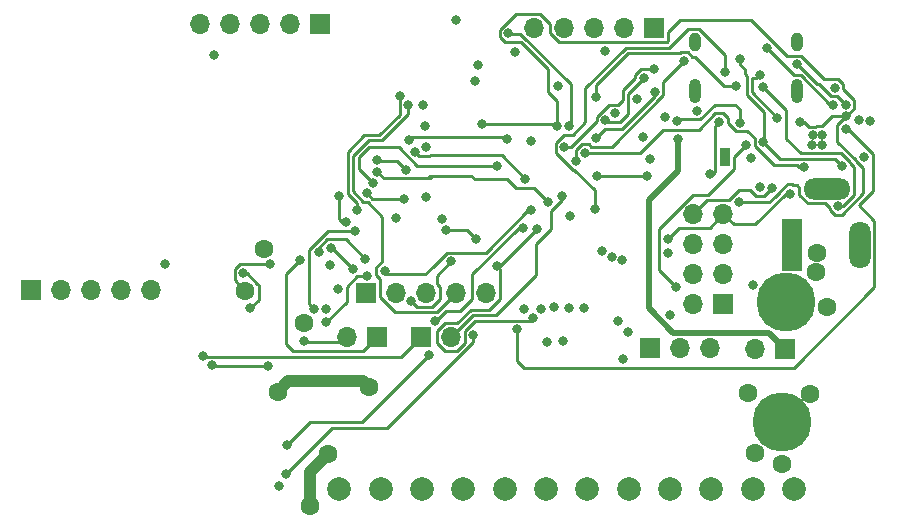
<source format=gbl>
G04 #@! TF.GenerationSoftware,KiCad,Pcbnew,7.0.2-0*
G04 #@! TF.CreationDate,2023-12-31T00:12:16-06:00*
G04 #@! TF.ProjectId,spudglo_driver_v6p0,73707564-676c-46f5-9f64-72697665725f,rev?*
G04 #@! TF.SameCoordinates,Original*
G04 #@! TF.FileFunction,Copper,L4,Bot*
G04 #@! TF.FilePolarity,Positive*
%FSLAX46Y46*%
G04 Gerber Fmt 4.6, Leading zero omitted, Abs format (unit mm)*
G04 Created by KiCad (PCBNEW 7.0.2-0) date 2023-12-31 00:12:16*
%MOMM*%
%LPD*%
G01*
G04 APERTURE LIST*
G04 #@! TA.AperFunction,ComponentPad*
%ADD10R,1.700000X1.700000*%
G04 #@! TD*
G04 #@! TA.AperFunction,ComponentPad*
%ADD11O,1.700000X1.700000*%
G04 #@! TD*
G04 #@! TA.AperFunction,ComponentPad*
%ADD12C,2.000000*%
G04 #@! TD*
G04 #@! TA.AperFunction,ComponentPad*
%ADD13R,1.800000X4.400000*%
G04 #@! TD*
G04 #@! TA.AperFunction,ComponentPad*
%ADD14O,1.800000X4.000000*%
G04 #@! TD*
G04 #@! TA.AperFunction,ComponentPad*
%ADD15O,4.000000X1.800000*%
G04 #@! TD*
G04 #@! TA.AperFunction,ComponentPad*
%ADD16O,1.000000X2.100000*%
G04 #@! TD*
G04 #@! TA.AperFunction,ComponentPad*
%ADD17O,1.000000X1.600000*%
G04 #@! TD*
G04 #@! TA.AperFunction,ComponentPad*
%ADD18C,0.600000*%
G04 #@! TD*
G04 #@! TA.AperFunction,SMDPad,CuDef*
%ADD19R,0.900000X1.600000*%
G04 #@! TD*
G04 #@! TA.AperFunction,ViaPad*
%ADD20C,1.600000*%
G04 #@! TD*
G04 #@! TA.AperFunction,ViaPad*
%ADD21C,5.000000*%
G04 #@! TD*
G04 #@! TA.AperFunction,ViaPad*
%ADD22C,0.800000*%
G04 #@! TD*
G04 #@! TA.AperFunction,Conductor*
%ADD23C,0.250000*%
G04 #@! TD*
G04 #@! TA.AperFunction,Conductor*
%ADD24C,1.000000*%
G04 #@! TD*
G04 #@! TA.AperFunction,Conductor*
%ADD25C,0.500000*%
G04 #@! TD*
G04 APERTURE END LIST*
D10*
X70495000Y-157910000D03*
D11*
X73035000Y-157910000D03*
X75575000Y-157910000D03*
X78115000Y-157910000D03*
X80655000Y-157910000D03*
D10*
X99770000Y-161950000D03*
D11*
X97230000Y-161950000D03*
D10*
X94966954Y-135413294D03*
D11*
X92426954Y-135413294D03*
X89886954Y-135413294D03*
X87346954Y-135413294D03*
X84806954Y-135413294D03*
D10*
X134310000Y-162890000D03*
D11*
X131770000Y-162890000D03*
D10*
X123230048Y-135719976D03*
D11*
X120690048Y-135719976D03*
X118150048Y-135719976D03*
X115610048Y-135719976D03*
X113070048Y-135719976D03*
D12*
X135065818Y-174766982D03*
X131565818Y-174766982D03*
X128065818Y-174766982D03*
X124565818Y-174766982D03*
X121065818Y-174766982D03*
X117565818Y-174766982D03*
X114065818Y-174766982D03*
X110565818Y-174766982D03*
X107065818Y-174766982D03*
X103565818Y-174766982D03*
X100065818Y-174766982D03*
X96565818Y-174766982D03*
D10*
X129090000Y-159130000D03*
D11*
X126550000Y-159130000D03*
X129090000Y-156590000D03*
X126550000Y-156590000D03*
X129090000Y-154050000D03*
X126550000Y-154050000D03*
X129090000Y-151510000D03*
X126550000Y-151510000D03*
D10*
X122890000Y-162880000D03*
D11*
X125430000Y-162880000D03*
X127970000Y-162880000D03*
D13*
X134850000Y-154160000D03*
D14*
X140650000Y-154160000D03*
D15*
X137850000Y-149360000D03*
D16*
X135280000Y-141120000D03*
D17*
X135280000Y-136940000D03*
D16*
X126640000Y-141120000D03*
D17*
X126640000Y-136940000D03*
D10*
X98839924Y-158180928D03*
D11*
X101379924Y-158180928D03*
X103919924Y-158180928D03*
X106459924Y-158180928D03*
X108999924Y-158180928D03*
D10*
X103480000Y-161920000D03*
D11*
X106020000Y-161920000D03*
D18*
X129210000Y-147190000D03*
D19*
X129210000Y-146690000D03*
D18*
X129210000Y-146190000D03*
D20*
X136886614Y-156386614D03*
X137860000Y-159340000D03*
D21*
X134341519Y-158931710D03*
D20*
X137050000Y-154830000D03*
D22*
X120580000Y-163780000D03*
X96456660Y-157821863D03*
X120990000Y-161450000D03*
X95438957Y-159583018D03*
X85940000Y-138062794D03*
D20*
X93610000Y-160770000D03*
D22*
X136649903Y-144820097D03*
X114150000Y-162310000D03*
X137450000Y-145650000D03*
X131580000Y-157500000D03*
X103880000Y-150050000D03*
X138505200Y-140799500D03*
X140590000Y-143560000D03*
X137450000Y-144810000D03*
X131422009Y-146727589D03*
X101360000Y-151880000D03*
X115085500Y-140657035D03*
X81798805Y-155748805D03*
X116078000Y-151638000D03*
X120180000Y-160540000D03*
X126810000Y-142760000D03*
X124365000Y-154795000D03*
X116050000Y-159490000D03*
X111470000Y-137770000D03*
X141010000Y-146710000D03*
X108270000Y-138900000D03*
X136610000Y-145650000D03*
X112776000Y-145288000D03*
X122247288Y-144971471D03*
X91440000Y-174498000D03*
X95800000Y-155800000D03*
X115480000Y-162220000D03*
X105240848Y-151931166D03*
X112190000Y-159550000D03*
X103810000Y-144010000D03*
X121800000Y-141800000D03*
X119050000Y-137694500D03*
X114730000Y-159380000D03*
X106470000Y-135070000D03*
X141510000Y-143590000D03*
X124550000Y-160050000D03*
X117320000Y-159440000D03*
X113651186Y-159559381D03*
D20*
X90160000Y-154440000D03*
D22*
X124180004Y-143262587D03*
X108080000Y-140280000D03*
X120470000Y-155390000D03*
X132150000Y-139690000D03*
X118810000Y-154670000D03*
X122880502Y-146802092D03*
X133157672Y-149310462D03*
X130158742Y-140629401D03*
X108114500Y-153600009D03*
X103680000Y-142240000D03*
X119883750Y-142976250D03*
X133648836Y-143359500D03*
X103905000Y-145835000D03*
X105610000Y-152860000D03*
X118310000Y-141630000D03*
X119640000Y-155110000D03*
X111630000Y-161244500D03*
X102384500Y-142229580D03*
X139450000Y-144270000D03*
X116033240Y-144073062D03*
X110860000Y-136210000D03*
X102190000Y-147760000D03*
X99795500Y-146963966D03*
X115382747Y-149952747D03*
X96534940Y-149998761D03*
X97140085Y-152206339D03*
X99795500Y-147963469D03*
X114213378Y-150485721D03*
X93260500Y-155355500D03*
X119083812Y-143575500D03*
X139436297Y-142245423D03*
X135330000Y-138808000D03*
X122359422Y-140010675D03*
X138331535Y-142249000D03*
X123173920Y-139199482D03*
X115600000Y-145800000D03*
X132780000Y-137451500D03*
X115034500Y-144034011D03*
X108615511Y-143865500D03*
X135540498Y-143669500D03*
X130430000Y-150524500D03*
X139492811Y-143243326D03*
X117396681Y-146327819D03*
X135895894Y-147549500D03*
X116640000Y-147034500D03*
X125751967Y-138543291D03*
X130497892Y-138402704D03*
X139130554Y-147451548D03*
X132443555Y-145405500D03*
X134703763Y-149787231D03*
X138794710Y-150859500D03*
X124426509Y-153587504D03*
X132425500Y-140710540D03*
D20*
X95622250Y-171797750D03*
X91360000Y-166560000D03*
D22*
X98755500Y-155272992D03*
X90736681Y-155715164D03*
D20*
X99100000Y-166170000D03*
X94060000Y-176220000D03*
D22*
X94841959Y-154708138D03*
D20*
X88610000Y-157980000D03*
D22*
X88420000Y-156500000D03*
X89040000Y-159480000D03*
X129190000Y-139484500D03*
X118170000Y-151080000D03*
X112980000Y-160300000D03*
X109940000Y-155940000D03*
X113320634Y-152807786D03*
X118328845Y-145053845D03*
X123270000Y-141150000D03*
X122605000Y-148245000D03*
X118368148Y-148324500D03*
X109885603Y-147446598D03*
X99403362Y-148882834D03*
X95850000Y-154380000D03*
X97704500Y-156150740D03*
X128711874Y-143703762D03*
X127943642Y-148097984D03*
X92050000Y-173510000D03*
X102649925Y-158879609D03*
X106040000Y-155520000D03*
X107919500Y-161759306D03*
X112116893Y-152656893D03*
X104701850Y-160551850D03*
X92160000Y-171070000D03*
X104195000Y-163445000D03*
X95459500Y-160680000D03*
X98946504Y-156731426D03*
X100392385Y-156358791D03*
X112774500Y-151197571D03*
X101660000Y-141530000D03*
X94440000Y-159550000D03*
X97874701Y-152930839D03*
X98045500Y-151174500D03*
X102040000Y-150200000D03*
X98897253Y-149747260D03*
X85040733Y-163535332D03*
X93539505Y-162290495D03*
X90557299Y-164387299D03*
X85747488Y-164299500D03*
X102983704Y-146222580D03*
X112324500Y-148510000D03*
X110725000Y-145155000D03*
X102440000Y-145240000D03*
D20*
X136430000Y-166730001D03*
X131765818Y-171710000D03*
X134070812Y-172700000D03*
X131127968Y-166680000D03*
D22*
X132160000Y-149250000D03*
D21*
X134070812Y-169102837D03*
D22*
X125215000Y-145135000D03*
X125117678Y-143608670D03*
X130447988Y-143759500D03*
X125030000Y-157650000D03*
X130993152Y-145675948D03*
D23*
X96534940Y-149998761D02*
X96534940Y-151937347D01*
X96534940Y-151937347D02*
X96803932Y-152206339D01*
X96803932Y-152206339D02*
X97140085Y-152206339D01*
X99795500Y-146963966D02*
X99831534Y-147000000D01*
X99831534Y-147000000D02*
X101430000Y-147000000D01*
X101430000Y-147000000D02*
X102190000Y-147760000D01*
X99403362Y-148882834D02*
X98251500Y-147730972D01*
X98251500Y-147730972D02*
X98251500Y-146699195D01*
X98251500Y-146699195D02*
X99100695Y-145850000D01*
X99100695Y-145850000D02*
X101580000Y-145850000D01*
X101580000Y-145850000D02*
X103176598Y-147446598D01*
X103176598Y-147446598D02*
X109885603Y-147446598D01*
X104255000Y-148485000D02*
X104450000Y-148290000D01*
X99795500Y-147963469D02*
X100317031Y-148485000D01*
X100317031Y-148485000D02*
X104255000Y-148485000D01*
X100147804Y-145275500D02*
X99038799Y-145275500D01*
X102384500Y-143038804D02*
X100147804Y-145275500D01*
X102384500Y-142229580D02*
X102384500Y-143038804D01*
X97709940Y-146604359D02*
X97709940Y-149585252D01*
X97709940Y-149585252D02*
X98596948Y-150472260D01*
X99038799Y-145275500D02*
X97709940Y-146604359D01*
X99667385Y-156058486D02*
X99667385Y-156659096D01*
X100014924Y-157006635D02*
X100014924Y-158564924D01*
X99667385Y-156659096D02*
X100014924Y-157006635D01*
X100220000Y-155505871D02*
X99667385Y-156058486D01*
X98596948Y-150472260D02*
X98972260Y-150472260D01*
X100220000Y-151720000D02*
X100220000Y-155505871D01*
X98972260Y-150472260D02*
X100220000Y-151720000D01*
X100014924Y-158564924D02*
X101255928Y-159805928D01*
X101255928Y-159805928D02*
X104834924Y-159805928D01*
X104834924Y-159805928D02*
X106459924Y-158180928D01*
X101660000Y-141530000D02*
X101660000Y-143126908D01*
X101660000Y-143126908D02*
X99961408Y-144825500D01*
X98676195Y-144825500D02*
X97259940Y-146241755D01*
X99961408Y-144825500D02*
X98676195Y-144825500D01*
X97259940Y-146241755D02*
X97259940Y-149771648D01*
X97259940Y-149771648D02*
X98045500Y-150557208D01*
X98045500Y-150557208D02*
X98045500Y-151174500D01*
X98946504Y-156731426D02*
X98893346Y-156784584D01*
X98893346Y-156784584D02*
X98055416Y-156784584D01*
X98055416Y-156784584D02*
X97181660Y-157658340D01*
X97181660Y-157658340D02*
X97181660Y-158957840D01*
X97181660Y-158957840D02*
X95459500Y-160680000D01*
X108945000Y-154795000D02*
X112542429Y-151197571D01*
X100392385Y-156358791D02*
X100623594Y-156590000D01*
X100623594Y-156590000D02*
X103849150Y-156590000D01*
X103849150Y-156590000D02*
X104459151Y-155980000D01*
X104459151Y-155980000D02*
X104490000Y-155980000D01*
X104490000Y-155980000D02*
X105675000Y-154795000D01*
X105675000Y-154795000D02*
X108945000Y-154795000D01*
X112542429Y-151197571D02*
X112774500Y-151197571D01*
X97137508Y-153655000D02*
X95549695Y-153655000D01*
X95549695Y-153655000D02*
X94841959Y-154362736D01*
X94841959Y-154362736D02*
X94841959Y-154708138D01*
X98755500Y-155272992D02*
X97137508Y-153655000D01*
X97704500Y-156150740D02*
X95933760Y-154380000D01*
X95933760Y-154380000D02*
X95850000Y-154380000D01*
X133457977Y-150035462D02*
X133882672Y-149610767D01*
X140709695Y-147435000D02*
X140285000Y-147010305D01*
X133882672Y-149610767D02*
X133882672Y-149583724D01*
X133882672Y-149583724D02*
X134526396Y-148940000D01*
X132941896Y-150524500D02*
X133430934Y-150035462D01*
X140930000Y-149748808D02*
X140930000Y-147590000D01*
X138069905Y-150959905D02*
X138069905Y-151160000D01*
X139094308Y-151584500D02*
X140930000Y-149748808D01*
X135006083Y-149084512D02*
X135284512Y-149084512D01*
X135284512Y-149084512D02*
X135525000Y-149325000D01*
X134861571Y-148940000D02*
X135006083Y-149084512D01*
X133430934Y-150035462D02*
X133457977Y-150035462D01*
X134526396Y-148940000D02*
X134861571Y-148940000D01*
X130430000Y-150524500D02*
X132941896Y-150524500D01*
X140930000Y-147590000D02*
X140775000Y-147435000D01*
X139451369Y-143243326D02*
X139492811Y-143243326D01*
X135525000Y-149867412D02*
X136242588Y-150585000D01*
X135525000Y-149325000D02*
X135525000Y-149867412D01*
X136242588Y-150585000D02*
X137695000Y-150585000D01*
X137695000Y-150585000D02*
X138069905Y-150959905D01*
X138494405Y-151584500D02*
X139094308Y-151584500D01*
X138069905Y-151160000D02*
X138494405Y-151584500D01*
X140775000Y-147435000D02*
X140709695Y-147435000D01*
X140285000Y-146945000D02*
X138725000Y-145385000D01*
X140285000Y-147010305D02*
X140285000Y-146945000D01*
X138725000Y-143969695D02*
X139451369Y-143243326D01*
X138725000Y-145385000D02*
X138725000Y-143969695D01*
X133157672Y-149310462D02*
X132493134Y-149975000D01*
X132493134Y-149975000D02*
X131859695Y-149975000D01*
X131374695Y-149490000D02*
X130421701Y-149490000D01*
X131859695Y-149975000D02*
X131374695Y-149490000D01*
X130421701Y-149490000D02*
X129576701Y-150335000D01*
X129576701Y-150335000D02*
X127725000Y-150335000D01*
X127725000Y-150335000D02*
X126550000Y-151510000D01*
X125915305Y-144350000D02*
X125855305Y-144410000D01*
X131718555Y-145705805D02*
X131718555Y-145105195D01*
X135895894Y-147549500D02*
X135521681Y-147549500D01*
X135521681Y-147549500D02*
X135322181Y-147350000D01*
X135322181Y-147350000D02*
X133362750Y-147350000D01*
X133362750Y-147350000D02*
X131718555Y-145705805D01*
X125855305Y-144410000D02*
X123980000Y-144410000D01*
X131718555Y-145105195D02*
X131097860Y-144484500D01*
X131097860Y-144484500D02*
X130147683Y-144484500D01*
X130147683Y-144484500D02*
X129436874Y-143773691D01*
X122062181Y-146327819D02*
X117396681Y-146327819D01*
X129436874Y-143773691D02*
X129436874Y-143403457D01*
X129436874Y-143403457D02*
X129012179Y-142978762D01*
X129012179Y-142978762D02*
X128411569Y-142978762D01*
X128411569Y-142978762D02*
X127040331Y-144350000D01*
X127040331Y-144350000D02*
X125915305Y-144350000D01*
X123980000Y-144410000D02*
X122062181Y-146327819D01*
X138504006Y-146825000D02*
X133863055Y-146825000D01*
X139130554Y-147451548D02*
X138504006Y-146825000D01*
X133863055Y-146825000D02*
X132443555Y-145405500D01*
X126051637Y-137818363D02*
X125451590Y-137818363D01*
X131500000Y-140010000D02*
X131830000Y-140010000D01*
X131500000Y-140010000D02*
X131500000Y-141210664D01*
X105610000Y-152860000D02*
X107374491Y-152860000D01*
X130158742Y-140629401D02*
X129099350Y-140629401D01*
X126669949Y-138200000D02*
X126433274Y-138200000D01*
X125451590Y-137818363D02*
X125399953Y-137870000D01*
X129099350Y-140629401D02*
X126669949Y-138200000D01*
X118310000Y-140560000D02*
X118310000Y-141630000D01*
X131830000Y-140010000D02*
X132150000Y-139690000D01*
X120310000Y-138560000D02*
X118310000Y-140560000D01*
X131500000Y-141210664D02*
X133648836Y-143359500D01*
X125399953Y-137870000D02*
X121000000Y-137870000D01*
X126433274Y-138200000D02*
X126051637Y-137818363D01*
X107374491Y-152860000D02*
X108114500Y-153600009D01*
X121000000Y-137870000D02*
X120310000Y-138560000D01*
X140542602Y-150772602D02*
X141735000Y-149580204D01*
X141875000Y-152105000D02*
X140542602Y-150772602D01*
X141875000Y-157675000D02*
X141875000Y-152105000D01*
X139595305Y-144270000D02*
X139450000Y-144270000D01*
X135045000Y-164505000D02*
X141875000Y-157675000D01*
X111630000Y-161244500D02*
X111630000Y-163940000D01*
X141735000Y-149580204D02*
X141735000Y-146409695D01*
X141735000Y-146409695D02*
X139595305Y-144270000D01*
X111630000Y-163940000D02*
X112195000Y-164505000D01*
X112195000Y-164505000D02*
X135045000Y-164505000D01*
X111866000Y-136250000D02*
X110900000Y-136250000D01*
X110900000Y-136250000D02*
X110860000Y-136210000D01*
X116150000Y-140534000D02*
X111866000Y-136250000D01*
X116033240Y-144073062D02*
X116150000Y-143956302D01*
X116150000Y-143956302D02*
X116150000Y-140534000D01*
X114513683Y-151210721D02*
X114513683Y-152766317D01*
X115382747Y-150341657D02*
X114513683Y-151210721D01*
X115382747Y-149952747D02*
X115382747Y-150341657D01*
X114513683Y-152766317D02*
X113240000Y-154040000D01*
X113240000Y-154040000D02*
X113240000Y-156670000D01*
X113240000Y-156670000D02*
X109840000Y-160070000D01*
X109840000Y-160070000D02*
X107871396Y-160070000D01*
X106021396Y-161920000D02*
X106020000Y-161920000D01*
X107871396Y-160070000D02*
X106021396Y-161920000D01*
X93260500Y-155355500D02*
X92035000Y-156581000D01*
X107750000Y-148290000D02*
X108030000Y-148570000D01*
X113037657Y-149310000D02*
X114213378Y-150485721D01*
X92635000Y-163125000D02*
X98595000Y-163125000D01*
X110750000Y-148570000D02*
X111490000Y-149310000D01*
X104065000Y-148485000D02*
X104260000Y-148290000D01*
X98595000Y-163125000D02*
X99770000Y-161950000D01*
X92035000Y-156581000D02*
X92035000Y-162525000D01*
X111490000Y-149310000D02*
X113037657Y-149310000D01*
X104450000Y-148290000D02*
X107750000Y-148290000D01*
X104260000Y-148290000D02*
X104450000Y-148290000D01*
X108030000Y-148570000D02*
X110750000Y-148570000D01*
X92035000Y-162525000D02*
X92635000Y-163125000D01*
X137190000Y-140509605D02*
X138204895Y-141524500D01*
X138720000Y-141524500D02*
X138720000Y-141529126D01*
X137031605Y-140509605D02*
X137190000Y-140509605D01*
X119200692Y-143692380D02*
X119574575Y-143692380D01*
X119083812Y-143575500D02*
X119200692Y-143692380D01*
X121020000Y-143020000D02*
X121020000Y-141350097D01*
X120338750Y-143701250D02*
X121020000Y-143020000D01*
X119574575Y-143692380D02*
X119583445Y-143701250D01*
X135330000Y-138808000D02*
X137031605Y-140509605D01*
X121020000Y-141350097D02*
X122359422Y-140010675D01*
X119583445Y-143701250D02*
X120338750Y-143701250D01*
X138204895Y-141524500D02*
X138720000Y-141524500D01*
X138720000Y-141529126D02*
X139436297Y-142245423D01*
X118358812Y-143651188D02*
X116210000Y-145800000D01*
X123173920Y-139199482D02*
X122145310Y-139199482D01*
X120570000Y-141830000D02*
X120148750Y-142251250D01*
X119382757Y-142251250D02*
X118358812Y-143275195D01*
X120148750Y-142251250D02*
X119382757Y-142251250D01*
X135073500Y-139745000D02*
X135621726Y-139745000D01*
X122145310Y-139199482D02*
X121634422Y-139710370D01*
X116210000Y-145800000D02*
X115600000Y-145800000D01*
X121634422Y-139710370D02*
X121634422Y-139965578D01*
X118358812Y-143275195D02*
X118358812Y-143651188D01*
X132780000Y-137451500D02*
X135073500Y-139745000D01*
X121634422Y-139965578D02*
X120570000Y-141030000D01*
X120570000Y-141030000D02*
X120570000Y-141830000D01*
X138125726Y-142249000D02*
X138331535Y-142249000D01*
X135621726Y-139745000D02*
X138125726Y-142249000D01*
X111914604Y-136935000D02*
X114220000Y-139240396D01*
X114435048Y-136206677D02*
X114435048Y-135423275D01*
X139230200Y-140499195D02*
X138806005Y-140075000D01*
X136349598Y-144095097D02*
X136950208Y-144095097D01*
X125430000Y-135090000D02*
X124405048Y-136114952D01*
X114865989Y-143865500D02*
X108615511Y-143865500D01*
X136950208Y-144095097D02*
X136960305Y-144085000D01*
X138256674Y-143243326D02*
X139492811Y-143243326D01*
X113556749Y-134544976D02*
X111499719Y-134544976D01*
X140161297Y-141861297D02*
X139230200Y-140930200D01*
X115034500Y-141954500D02*
X115034500Y-144034011D01*
X135540498Y-143669500D02*
X135924001Y-143669500D01*
X111499719Y-134544976D02*
X110135000Y-135909695D01*
X139230200Y-140930200D02*
X139230200Y-140499195D01*
X140161297Y-142574840D02*
X140161297Y-141861297D01*
X136960305Y-144085000D02*
X137415000Y-144085000D01*
X124330024Y-136970000D02*
X115198371Y-136970000D01*
X124405048Y-136114952D02*
X124405048Y-136894976D01*
X137622305Y-140075000D02*
X135630305Y-138083000D01*
X110559695Y-136935000D02*
X111914604Y-136935000D01*
X114435048Y-135423275D02*
X113556749Y-134544976D01*
X134443000Y-138083000D02*
X131450000Y-135090000D01*
X115034500Y-144034011D02*
X114865989Y-143865500D01*
X135630305Y-138083000D02*
X134443000Y-138083000D01*
X135924001Y-143669500D02*
X136349598Y-144095097D01*
X131450000Y-135090000D02*
X125430000Y-135090000D01*
X124405048Y-136894976D02*
X124330024Y-136970000D01*
X114220000Y-141140000D02*
X115034500Y-141954500D01*
X114220000Y-139240396D02*
X114220000Y-141140000D01*
X138806005Y-140075000D02*
X137622305Y-140075000D01*
X139492811Y-143243326D02*
X140161297Y-142574840D01*
X110135000Y-135909695D02*
X110135000Y-136510305D01*
X110135000Y-136510305D02*
X110559695Y-136935000D01*
X137415000Y-144085000D02*
X138256674Y-143243326D01*
X115198371Y-136970000D02*
X114435048Y-136206677D01*
X117696986Y-145602819D02*
X117096376Y-145602819D01*
X123995000Y-140325000D02*
X123995000Y-141450305D01*
X119635305Y-145810000D02*
X117904167Y-145810000D01*
X125751967Y-138543291D02*
X125340000Y-138955258D01*
X125340000Y-138980000D02*
X123995000Y-140325000D01*
X123995000Y-141450305D02*
X119635305Y-145810000D01*
X117904167Y-145810000D02*
X117696986Y-145602819D01*
X125340000Y-138955258D02*
X125340000Y-138980000D01*
X116640000Y-146059195D02*
X116640000Y-147034500D01*
X117096376Y-145602819D02*
X116640000Y-146059195D01*
X130497892Y-138884788D02*
X130875000Y-139261896D01*
X130875000Y-139650805D02*
X131050000Y-139825805D01*
X131050000Y-139825805D02*
X131050000Y-141397060D01*
X132520000Y-142867060D02*
X132520000Y-145329055D01*
X130497892Y-138402704D02*
X130497892Y-138884788D01*
X131050000Y-141397060D02*
X132520000Y-142867060D01*
X132520000Y-145329055D02*
X132443555Y-145405500D01*
X130875000Y-139261896D02*
X130875000Y-139650805D01*
X139835000Y-147131396D02*
X139078604Y-146375000D01*
X132425500Y-140710540D02*
X134373836Y-142658876D01*
X140175000Y-147536701D02*
X139835000Y-147196701D01*
X138804210Y-150850000D02*
X139192412Y-150850000D01*
X139078604Y-146375000D02*
X135628836Y-146375000D01*
X140175000Y-149867412D02*
X140175000Y-147536701D01*
X129940000Y-152360000D02*
X129090000Y-151510000D01*
X134703763Y-149787231D02*
X134342604Y-149787231D01*
X124426509Y-153587504D02*
X125329013Y-152685000D01*
X139835000Y-147196701D02*
X139835000Y-147131396D01*
X138794710Y-150859500D02*
X138804210Y-150850000D01*
X127915000Y-152685000D02*
X129090000Y-151510000D01*
X131769835Y-152360000D02*
X129940000Y-152360000D01*
X135628836Y-146375000D02*
X134373836Y-145120000D01*
X134342604Y-149787231D02*
X131769835Y-152360000D01*
X125329013Y-152685000D02*
X127915000Y-152685000D01*
X134373836Y-142658876D02*
X134373836Y-145120000D01*
X139192412Y-150850000D02*
X140175000Y-149867412D01*
X90736681Y-155715164D02*
X90475827Y-155715164D01*
D24*
X94060000Y-173360000D02*
X94060000Y-176220000D01*
D23*
X90415991Y-155775000D02*
X88115000Y-155775000D01*
D24*
X92260000Y-165660000D02*
X98590000Y-165660000D01*
D23*
X90475827Y-155715164D02*
X90415991Y-155775000D01*
D24*
X95622250Y-171797750D02*
X94060000Y-173360000D01*
X98590000Y-165660000D02*
X99100000Y-166170000D01*
D23*
X88115000Y-155775000D02*
X87695000Y-156195000D01*
X87695000Y-156195000D02*
X87695000Y-157065000D01*
D24*
X91360000Y-166560000D02*
X92260000Y-165660000D01*
D23*
X87695000Y-157065000D02*
X88610000Y-157980000D01*
X89735000Y-158785000D02*
X89040000Y-159480000D01*
X89735000Y-157514009D02*
X89735000Y-158785000D01*
X88420000Y-156500000D02*
X88720991Y-156500000D01*
X88720991Y-156500000D02*
X89610496Y-157389504D01*
X89610496Y-157389504D02*
X89735000Y-157514009D01*
X115574695Y-144800000D02*
X116331607Y-144800000D01*
X116339695Y-147759500D02*
X114875000Y-146294805D01*
X116331607Y-144800000D02*
X117400804Y-143730804D01*
X126981726Y-135815000D02*
X129190000Y-138023274D01*
X117400804Y-140832800D02*
X120813604Y-137420000D01*
X118170000Y-149500000D02*
X116429500Y-147759500D01*
X129190000Y-138023274D02*
X129190000Y-139484500D01*
X114875000Y-146294805D02*
X114875000Y-145499695D01*
X116429500Y-147759500D02*
X116339695Y-147759500D01*
X118170000Y-151080000D02*
X118170000Y-149500000D01*
X120813604Y-137420000D02*
X124516420Y-137420000D01*
X117400804Y-143730804D02*
X117400804Y-140832800D01*
X124516420Y-137420000D02*
X126121420Y-135815000D01*
X114875000Y-145499695D02*
X115574695Y-144800000D01*
X126121420Y-135815000D02*
X126981726Y-135815000D01*
X107195000Y-161382792D02*
X108057792Y-160520000D01*
X106560000Y-160745000D02*
X105533299Y-160745000D01*
X110188420Y-155940000D02*
X109940000Y-155940000D01*
X106506701Y-163095000D02*
X107195000Y-162406701D01*
X109940000Y-155940000D02*
X110174924Y-156174924D01*
X108057792Y-160520000D02*
X112760000Y-160520000D01*
X112760000Y-160520000D02*
X112980000Y-160300000D01*
X105533299Y-160745000D02*
X104845000Y-161433299D01*
X110174924Y-156174924D02*
X110174924Y-158667629D01*
X109222553Y-159620000D02*
X107685000Y-159620000D01*
X105533299Y-163095000D02*
X106506701Y-163095000D01*
X110174924Y-158667629D02*
X109222553Y-159620000D01*
X107685000Y-159620000D02*
X106560000Y-160745000D01*
X104845000Y-162406701D02*
X105533299Y-163095000D01*
X104845000Y-161433299D02*
X104845000Y-162406701D01*
X113320634Y-152807786D02*
X110188420Y-155940000D01*
X107195000Y-162406701D02*
X107195000Y-161382792D01*
X120508909Y-144300000D02*
X123270000Y-141538909D01*
X123270000Y-141538909D02*
X123270000Y-141150000D01*
X119082690Y-144300000D02*
X120508909Y-144300000D01*
X118328845Y-145053845D02*
X119082690Y-144300000D01*
X118368148Y-148324500D02*
X118447648Y-148245000D01*
X118447648Y-148245000D02*
X122605000Y-148245000D01*
X128350000Y-144065636D02*
X128350000Y-147940000D01*
X128350000Y-147940000D02*
X128100000Y-148190000D01*
X128100000Y-148190000D02*
X128035658Y-148190000D01*
X128035658Y-148190000D02*
X127943642Y-148097984D01*
X128711874Y-143703762D02*
X128350000Y-144065636D01*
X105094924Y-158667629D02*
X105094924Y-157694227D01*
X104406625Y-159355928D02*
X105094924Y-158667629D01*
X95965000Y-169595000D02*
X92050000Y-173510000D01*
X104810000Y-156750000D02*
X106040000Y-155520000D01*
X102649925Y-158879609D02*
X103126244Y-159355928D01*
X107919500Y-162318597D02*
X100643097Y-169595000D01*
X107919500Y-161759306D02*
X107919500Y-162318597D01*
X105094924Y-157694227D02*
X104810000Y-157409303D01*
X100643097Y-169595000D02*
X95965000Y-169595000D01*
X103126244Y-159355928D02*
X104406625Y-159355928D01*
X104810000Y-157409303D02*
X104810000Y-156750000D01*
X104701850Y-160551850D02*
X104725398Y-160551850D01*
X98495000Y-169145000D02*
X104195000Y-163445000D01*
X111753107Y-152656893D02*
X112116893Y-152656893D01*
X106765000Y-159715000D02*
X107810000Y-158670000D01*
X92160000Y-171070000D02*
X94085000Y-169145000D01*
X105562248Y-159715000D02*
X106765000Y-159715000D01*
X104725398Y-160551850D02*
X105562248Y-159715000D01*
X107810000Y-158670000D02*
X107810000Y-156600000D01*
X94085000Y-169145000D02*
X98495000Y-169145000D01*
X107810000Y-156600000D02*
X111753107Y-152656893D01*
X93985000Y-154539792D02*
X93985000Y-159095000D01*
X93985000Y-159095000D02*
X94440000Y-159550000D01*
X97874701Y-152930839D02*
X95593953Y-152930839D01*
X95593953Y-152930839D02*
X93985000Y-154539792D01*
X99349993Y-150200000D02*
X102040000Y-150200000D01*
X98897253Y-149747260D02*
X99349993Y-150200000D01*
X85040733Y-163535332D02*
X85080401Y-163575000D01*
X85080401Y-163575000D02*
X101825000Y-163575000D01*
X101825000Y-163575000D02*
X103480000Y-161920000D01*
X85835287Y-164387299D02*
X85747488Y-164299500D01*
X96860000Y-162320000D02*
X93569009Y-162320000D01*
X97230000Y-161950000D02*
X96860000Y-162320000D01*
X93539505Y-162290496D02*
X93539505Y-162290495D01*
X90557299Y-164387299D02*
X85835287Y-164387299D01*
X93569009Y-162320000D02*
X93539505Y-162290496D01*
X104205305Y-146560000D02*
X104265305Y-146500000D01*
X104265305Y-146500000D02*
X110314500Y-146500000D01*
X110314500Y-146500000D02*
X112324500Y-148510000D01*
X103321124Y-146560000D02*
X104205305Y-146560000D01*
X102983704Y-146222580D02*
X103321124Y-146560000D01*
X102440000Y-145240000D02*
X102736441Y-144943559D01*
X110513559Y-144943559D02*
X110725000Y-145155000D01*
X102736441Y-144943559D02*
X110513559Y-144943559D01*
D25*
X125215000Y-145135000D02*
X125215000Y-147875000D01*
D23*
X130447988Y-142587988D02*
X130447988Y-143759500D01*
X125117678Y-143608670D02*
X125236348Y-143490000D01*
D25*
X122760000Y-150330000D02*
X122760000Y-159462082D01*
X122760000Y-159462082D02*
X124832918Y-161535000D01*
D23*
X127105305Y-143490000D02*
X128355305Y-142240000D01*
D25*
X124832918Y-161535000D02*
X132955000Y-161535000D01*
D23*
X130100000Y-142240000D02*
X130447988Y-142587988D01*
D25*
X132955000Y-161535000D02*
X134310000Y-162890000D01*
D23*
X128355305Y-142240000D02*
X130100000Y-142240000D01*
D25*
X125215000Y-147875000D02*
X122760000Y-150330000D01*
D23*
X125236348Y-143490000D02*
X127105305Y-143490000D01*
X129985000Y-147715000D02*
X127820000Y-149880000D01*
X126518299Y-149880000D02*
X125120000Y-151278299D01*
X125120000Y-151278299D02*
X123640000Y-152758299D01*
X129985000Y-146684100D02*
X129985000Y-147715000D01*
X123640000Y-152758299D02*
X123640000Y-156260000D01*
X130993152Y-145675948D02*
X129985000Y-146684100D01*
X127820000Y-149880000D02*
X126518299Y-149880000D01*
X123640000Y-156260000D02*
X125030000Y-157650000D01*
M02*

</source>
